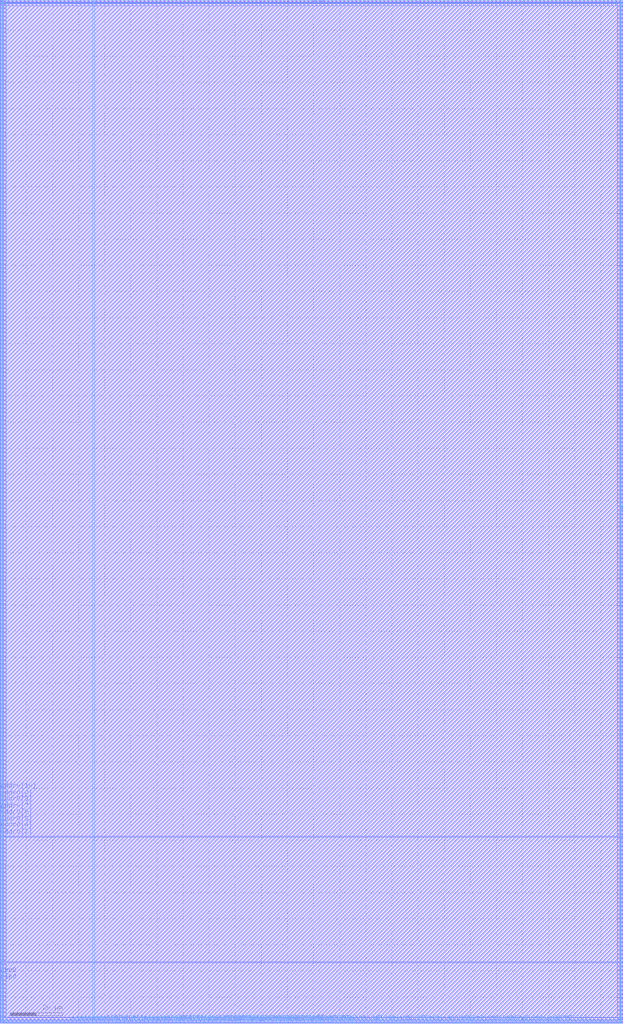
<source format=lef>
VERSION 5.4 ;
NAMESCASESENSITIVE ON ;
BUSBITCHARS "[]" ;
DIVIDERCHAR "/" ;
UNITS
  DATABASE MICRONS 2000 ;
END UNITS
MACRO sram_1rw0r0w_32_2048_freepdk45
   CLASS BLOCK ;
   SIZE 238.5625 BY 391.5075 ;
   SYMMETRY X Y R90 ;
   PIN din0[0]
      DIRECTION INPUT ;
      PORT
         LAYER metal4 ;
         RECT  35.705 0.0 35.845 0.14 ;
      END
   END din0[0]
   PIN din0[1]
      DIRECTION INPUT ;
      PORT
         LAYER metal4 ;
         RECT  38.565 0.0 38.705 0.14 ;
      END
   END din0[1]
   PIN din0[2]
      DIRECTION INPUT ;
      PORT
         LAYER metal4 ;
         RECT  41.425 0.0 41.565 0.14 ;
      END
   END din0[2]
   PIN din0[3]
      DIRECTION INPUT ;
      PORT
         LAYER metal4 ;
         RECT  44.285 0.0 44.425 0.14 ;
      END
   END din0[3]
   PIN din0[4]
      DIRECTION INPUT ;
      PORT
         LAYER metal4 ;
         RECT  47.145 0.0 47.285 0.14 ;
      END
   END din0[4]
   PIN din0[5]
      DIRECTION INPUT ;
      PORT
         LAYER metal4 ;
         RECT  50.005 0.0 50.145 0.14 ;
      END
   END din0[5]
   PIN din0[6]
      DIRECTION INPUT ;
      PORT
         LAYER metal4 ;
         RECT  52.865 0.0 53.005 0.14 ;
      END
   END din0[6]
   PIN din0[7]
      DIRECTION INPUT ;
      PORT
         LAYER metal4 ;
         RECT  55.725 0.0 55.865 0.14 ;
      END
   END din0[7]
   PIN din0[8]
      DIRECTION INPUT ;
      PORT
         LAYER metal4 ;
         RECT  58.585 0.0 58.725 0.14 ;
      END
   END din0[8]
   PIN din0[9]
      DIRECTION INPUT ;
      PORT
         LAYER metal4 ;
         RECT  61.445 0.0 61.585 0.14 ;
      END
   END din0[9]
   PIN din0[10]
      DIRECTION INPUT ;
      PORT
         LAYER metal4 ;
         RECT  64.305 0.0 64.445 0.14 ;
      END
   END din0[10]
   PIN din0[11]
      DIRECTION INPUT ;
      PORT
         LAYER metal4 ;
         RECT  67.165 0.0 67.305 0.14 ;
      END
   END din0[11]
   PIN din0[12]
      DIRECTION INPUT ;
      PORT
         LAYER metal4 ;
         RECT  70.025 0.0 70.165 0.14 ;
      END
   END din0[12]
   PIN din0[13]
      DIRECTION INPUT ;
      PORT
         LAYER metal4 ;
         RECT  72.885 0.0 73.025 0.14 ;
      END
   END din0[13]
   PIN din0[14]
      DIRECTION INPUT ;
      PORT
         LAYER metal4 ;
         RECT  75.745 0.0 75.885 0.14 ;
      END
   END din0[14]
   PIN din0[15]
      DIRECTION INPUT ;
      PORT
         LAYER metal4 ;
         RECT  78.605 0.0 78.745 0.14 ;
      END
   END din0[15]
   PIN din0[16]
      DIRECTION INPUT ;
      PORT
         LAYER metal4 ;
         RECT  81.465 0.0 81.605 0.14 ;
      END
   END din0[16]
   PIN din0[17]
      DIRECTION INPUT ;
      PORT
         LAYER metal4 ;
         RECT  84.325 0.0 84.465 0.14 ;
      END
   END din0[17]
   PIN din0[18]
      DIRECTION INPUT ;
      PORT
         LAYER metal4 ;
         RECT  87.185 0.0 87.325 0.14 ;
      END
   END din0[18]
   PIN din0[19]
      DIRECTION INPUT ;
      PORT
         LAYER metal4 ;
         RECT  90.045 0.0 90.185 0.14 ;
      END
   END din0[19]
   PIN din0[20]
      DIRECTION INPUT ;
      PORT
         LAYER metal4 ;
         RECT  92.905 0.0 93.045 0.14 ;
      END
   END din0[20]
   PIN din0[21]
      DIRECTION INPUT ;
      PORT
         LAYER metal4 ;
         RECT  95.765 0.0 95.905 0.14 ;
      END
   END din0[21]
   PIN din0[22]
      DIRECTION INPUT ;
      PORT
         LAYER metal4 ;
         RECT  98.625 0.0 98.765 0.14 ;
      END
   END din0[22]
   PIN din0[23]
      DIRECTION INPUT ;
      PORT
         LAYER metal4 ;
         RECT  101.485 0.0 101.625 0.14 ;
      END
   END din0[23]
   PIN din0[24]
      DIRECTION INPUT ;
      PORT
         LAYER metal4 ;
         RECT  104.345 0.0 104.485 0.14 ;
      END
   END din0[24]
   PIN din0[25]
      DIRECTION INPUT ;
      PORT
         LAYER metal4 ;
         RECT  107.205 0.0 107.345 0.14 ;
      END
   END din0[25]
   PIN din0[26]
      DIRECTION INPUT ;
      PORT
         LAYER metal4 ;
         RECT  110.065 0.0 110.205 0.14 ;
      END
   END din0[26]
   PIN din0[27]
      DIRECTION INPUT ;
      PORT
         LAYER metal4 ;
         RECT  112.925 0.0 113.065 0.14 ;
      END
   END din0[27]
   PIN din0[28]
      DIRECTION INPUT ;
      PORT
         LAYER metal4 ;
         RECT  115.785 0.0 115.925 0.14 ;
      END
   END din0[28]
   PIN din0[29]
      DIRECTION INPUT ;
      PORT
         LAYER metal4 ;
         RECT  118.645 0.0 118.785 0.14 ;
      END
   END din0[29]
   PIN din0[30]
      DIRECTION INPUT ;
      PORT
         LAYER metal4 ;
         RECT  121.505 0.0 121.645 0.14 ;
      END
   END din0[30]
   PIN din0[31]
      DIRECTION INPUT ;
      PORT
         LAYER metal4 ;
         RECT  124.365 0.0 124.505 0.14 ;
      END
   END din0[31]
   PIN addr0[0]
      DIRECTION INPUT ;
      PORT
         LAYER metal4 ;
         RECT  27.125 0.0 27.265 0.14 ;
      END
   END addr0[0]
   PIN addr0[1]
      DIRECTION INPUT ;
      PORT
         LAYER metal4 ;
         RECT  29.985 0.0 30.125 0.14 ;
      END
   END addr0[1]
   PIN addr0[2]
      DIRECTION INPUT ;
      PORT
         LAYER metal4 ;
         RECT  32.845 0.0 32.985 0.14 ;
      END
   END addr0[2]
   PIN addr0[3]
      DIRECTION INPUT ;
      PORT
         LAYER metal3 ;
         RECT  0.0 71.29 0.14 71.43 ;
      END
   END addr0[3]
   PIN addr0[4]
      DIRECTION INPUT ;
      PORT
         LAYER metal3 ;
         RECT  0.0 74.02 0.14 74.16 ;
      END
   END addr0[4]
   PIN addr0[5]
      DIRECTION INPUT ;
      PORT
         LAYER metal3 ;
         RECT  0.0 76.23 0.14 76.37 ;
      END
   END addr0[5]
   PIN addr0[6]
      DIRECTION INPUT ;
      PORT
         LAYER metal3 ;
         RECT  0.0 78.96 0.14 79.1 ;
      END
   END addr0[6]
   PIN addr0[7]
      DIRECTION INPUT ;
      PORT
         LAYER metal3 ;
         RECT  0.0 81.17 0.14 81.31 ;
      END
   END addr0[7]
   PIN addr0[8]
      DIRECTION INPUT ;
      PORT
         LAYER metal3 ;
         RECT  0.0 83.9 0.14 84.04 ;
      END
   END addr0[8]
   PIN addr0[9]
      DIRECTION INPUT ;
      PORT
         LAYER metal3 ;
         RECT  0.0 86.11 0.14 86.25 ;
      END
   END addr0[9]
   PIN addr0[10]
      DIRECTION INPUT ;
      PORT
         LAYER metal3 ;
         RECT  0.0 88.84 0.14 88.98 ;
      END
   END addr0[10]
   PIN csb0
      DIRECTION INPUT ;
      PORT
         LAYER metal3 ;
         RECT  0.0 15.65 0.14 15.79 ;
      END
   END csb0
   PIN web0
      DIRECTION INPUT ;
      PORT
         LAYER metal3 ;
         RECT  0.0 18.38 0.14 18.52 ;
      END
   END web0
   PIN clk0
      DIRECTION INPUT ;
      PORT
         LAYER metal3 ;
         RECT  0.0 15.885 0.14 16.025 ;
      END
   END clk0
   PIN dout0[0]
      DIRECTION OUTPUT ;
      PORT
         LAYER metal4 ;
         RECT  53.15 0.0 53.29 0.14 ;
      END
   END dout0[0]
   PIN dout0[1]
      DIRECTION OUTPUT ;
      PORT
         LAYER metal4 ;
         RECT  58.87 0.0 59.01 0.14 ;
      END
   END dout0[1]
   PIN dout0[2]
      DIRECTION OUTPUT ;
      PORT
         LAYER metal4 ;
         RECT  64.59 0.0 64.73 0.14 ;
      END
   END dout0[2]
   PIN dout0[3]
      DIRECTION OUTPUT ;
      PORT
         LAYER metal4 ;
         RECT  70.31 0.0 70.45 0.14 ;
      END
   END dout0[3]
   PIN dout0[4]
      DIRECTION OUTPUT ;
      PORT
         LAYER metal4 ;
         RECT  76.03 0.0 76.17 0.14 ;
      END
   END dout0[4]
   PIN dout0[5]
      DIRECTION OUTPUT ;
      PORT
         LAYER metal4 ;
         RECT  81.8975 0.0 82.0375 0.14 ;
      END
   END dout0[5]
   PIN dout0[6]
      DIRECTION OUTPUT ;
      PORT
         LAYER metal4 ;
         RECT  86.4275 0.0 86.5675 0.14 ;
      END
   END dout0[6]
   PIN dout0[7]
      DIRECTION OUTPUT ;
      PORT
         LAYER metal4 ;
         RECT  92.1475 0.0 92.2875 0.14 ;
      END
   END dout0[7]
   PIN dout0[8]
      DIRECTION OUTPUT ;
      PORT
         LAYER metal4 ;
         RECT  97.8675 0.0 98.0075 0.14 ;
      END
   END dout0[8]
   PIN dout0[9]
      DIRECTION OUTPUT ;
      PORT
         LAYER metal4 ;
         RECT  103.5875 0.0 103.7275 0.14 ;
      END
   END dout0[9]
   PIN dout0[10]
      DIRECTION OUTPUT ;
      PORT
         LAYER metal4 ;
         RECT  109.29 0.0 109.43 0.14 ;
      END
   END dout0[10]
   PIN dout0[11]
      DIRECTION OUTPUT ;
      PORT
         LAYER metal4 ;
         RECT  115.0275 0.0 115.1675 0.14 ;
      END
   END dout0[11]
   PIN dout0[12]
      DIRECTION OUTPUT ;
      PORT
         LAYER metal4 ;
         RECT  120.7475 0.0 120.8875 0.14 ;
      END
   END dout0[12]
   PIN dout0[13]
      DIRECTION OUTPUT ;
      PORT
         LAYER metal4 ;
         RECT  126.445 0.0 126.585 0.14 ;
      END
   END dout0[13]
   PIN dout0[14]
      DIRECTION OUTPUT ;
      PORT
         LAYER metal4 ;
         RECT  132.085 0.0 132.225 0.14 ;
      END
   END dout0[14]
   PIN dout0[15]
      DIRECTION OUTPUT ;
      PORT
         LAYER metal4 ;
         RECT  137.725 0.0 137.865 0.14 ;
      END
   END dout0[15]
   PIN dout0[16]
      DIRECTION OUTPUT ;
      PORT
         LAYER metal4 ;
         RECT  143.365 0.0 143.505 0.14 ;
      END
   END dout0[16]
   PIN dout0[17]
      DIRECTION OUTPUT ;
      PORT
         LAYER metal4 ;
         RECT  149.005 0.0 149.145 0.14 ;
      END
   END dout0[17]
   PIN dout0[18]
      DIRECTION OUTPUT ;
      PORT
         LAYER metal4 ;
         RECT  154.645 0.0 154.785 0.14 ;
      END
   END dout0[18]
   PIN dout0[19]
      DIRECTION OUTPUT ;
      PORT
         LAYER metal4 ;
         RECT  160.285 0.0 160.425 0.14 ;
      END
   END dout0[19]
   PIN dout0[20]
      DIRECTION OUTPUT ;
      PORT
         LAYER metal4 ;
         RECT  165.925 0.0 166.065 0.14 ;
      END
   END dout0[20]
   PIN dout0[21]
      DIRECTION OUTPUT ;
      PORT
         LAYER metal4 ;
         RECT  171.565 0.0 171.705 0.14 ;
      END
   END dout0[21]
   PIN dout0[22]
      DIRECTION OUTPUT ;
      PORT
         LAYER metal4 ;
         RECT  177.205 0.0 177.345 0.14 ;
      END
   END dout0[22]
   PIN dout0[23]
      DIRECTION OUTPUT ;
      PORT
         LAYER metal4 ;
         RECT  182.845 0.0 182.985 0.14 ;
      END
   END dout0[23]
   PIN dout0[24]
      DIRECTION OUTPUT ;
      PORT
         LAYER metal4 ;
         RECT  188.485 0.0 188.625 0.14 ;
      END
   END dout0[24]
   PIN dout0[25]
      DIRECTION OUTPUT ;
      PORT
         LAYER metal4 ;
         RECT  194.125 0.0 194.265 0.14 ;
      END
   END dout0[25]
   PIN dout0[26]
      DIRECTION OUTPUT ;
      PORT
         LAYER metal4 ;
         RECT  199.765 0.0 199.905 0.14 ;
      END
   END dout0[26]
   PIN dout0[27]
      DIRECTION OUTPUT ;
      PORT
         LAYER metal4 ;
         RECT  205.405 0.0 205.545 0.14 ;
      END
   END dout0[27]
   PIN dout0[28]
      DIRECTION OUTPUT ;
      PORT
         LAYER metal4 ;
         RECT  211.045 0.0 211.185 0.14 ;
      END
   END dout0[28]
   PIN dout0[29]
      DIRECTION OUTPUT ;
      PORT
         LAYER metal3 ;
         RECT  238.4225 23.2925 238.5625 23.4325 ;
      END
   END dout0[29]
   PIN dout0[30]
      DIRECTION OUTPUT ;
      PORT
         LAYER metal3 ;
         RECT  238.4225 22.8225 238.5625 22.9625 ;
      END
   END dout0[30]
   PIN dout0[31]
      DIRECTION OUTPUT ;
      PORT
         LAYER metal3 ;
         RECT  238.4225 23.0575 238.5625 23.1975 ;
      END
   END dout0[31]
   PIN vdd
      DIRECTION INOUT ;
      USE POWER ; 
      SHAPE ABUTMENT ; 
      PORT
         LAYER metal3 ;
         RECT  0.0 390.8075 238.5625 391.5075 ;
         LAYER metal4 ;
         RECT  0.0 0.0 0.7 391.5075 ;
         LAYER metal4 ;
         RECT  237.8625 0.0 238.5625 391.5075 ;
         LAYER metal3 ;
         RECT  0.0 0.0 238.5625 0.7 ;
      END
   END vdd
   PIN gnd
      DIRECTION INOUT ;
      USE GROUND ; 
      SHAPE ABUTMENT ; 
      PORT
         LAYER metal4 ;
         RECT  1.4 1.4 2.1 390.1075 ;
         LAYER metal3 ;
         RECT  1.4 1.4 237.1625 2.1 ;
         LAYER metal3 ;
         RECT  1.4 389.4075 237.1625 390.1075 ;
         LAYER metal4 ;
         RECT  236.4625 1.4 237.1625 390.1075 ;
      END
   END gnd
   OBS
   LAYER  metal1 ;
      RECT  0.14 0.14 238.4225 391.3675 ;
   LAYER  metal2 ;
      RECT  0.14 0.14 238.4225 391.3675 ;
   LAYER  metal3 ;
      RECT  0.28 71.15 238.4225 71.57 ;
      RECT  0.14 71.57 0.28 73.88 ;
      RECT  0.14 74.3 0.28 76.09 ;
      RECT  0.14 76.51 0.28 78.82 ;
      RECT  0.14 79.24 0.28 81.03 ;
      RECT  0.14 81.45 0.28 83.76 ;
      RECT  0.14 84.18 0.28 85.97 ;
      RECT  0.14 86.39 0.28 88.7 ;
      RECT  0.14 18.66 0.28 71.15 ;
      RECT  0.14 16.165 0.28 18.24 ;
      RECT  0.28 23.1525 238.2825 23.5725 ;
      RECT  0.28 23.5725 238.2825 71.15 ;
      RECT  238.2825 23.5725 238.4225 71.15 ;
      RECT  0.14 89.12 0.28 390.6675 ;
      RECT  0.14 0.84 0.28 15.51 ;
      RECT  238.2825 0.84 238.4225 22.6825 ;
      RECT  0.28 0.84 1.26 1.26 ;
      RECT  0.28 1.26 1.26 2.24 ;
      RECT  0.28 2.24 1.26 23.1525 ;
      RECT  1.26 0.84 237.3025 1.26 ;
      RECT  1.26 2.24 237.3025 23.1525 ;
      RECT  237.3025 0.84 238.2825 1.26 ;
      RECT  237.3025 1.26 238.2825 2.24 ;
      RECT  237.3025 2.24 238.2825 23.1525 ;
      RECT  0.28 71.57 1.26 389.2675 ;
      RECT  0.28 389.2675 1.26 390.2475 ;
      RECT  0.28 390.2475 1.26 390.6675 ;
      RECT  1.26 71.57 237.3025 389.2675 ;
      RECT  1.26 390.2475 237.3025 390.6675 ;
      RECT  237.3025 71.57 238.4225 389.2675 ;
      RECT  237.3025 389.2675 238.4225 390.2475 ;
      RECT  237.3025 390.2475 238.4225 390.6675 ;
   LAYER  metal4 ;
      RECT  35.425 0.42 36.125 391.3675 ;
      RECT  36.125 0.14 38.285 0.42 ;
      RECT  38.985 0.14 41.145 0.42 ;
      RECT  41.845 0.14 44.005 0.42 ;
      RECT  44.705 0.14 46.865 0.42 ;
      RECT  47.565 0.14 49.725 0.42 ;
      RECT  50.425 0.14 52.585 0.42 ;
      RECT  56.145 0.14 58.305 0.42 ;
      RECT  61.865 0.14 64.025 0.42 ;
      RECT  67.585 0.14 69.745 0.42 ;
      RECT  73.305 0.14 75.465 0.42 ;
      RECT  79.025 0.14 81.185 0.42 ;
      RECT  87.605 0.14 89.765 0.42 ;
      RECT  93.325 0.14 95.485 0.42 ;
      RECT  99.045 0.14 101.205 0.42 ;
      RECT  104.765 0.14 106.925 0.42 ;
      RECT  110.485 0.14 112.645 0.42 ;
      RECT  116.205 0.14 118.365 0.42 ;
      RECT  121.925 0.14 124.085 0.42 ;
      RECT  27.545 0.14 29.705 0.42 ;
      RECT  30.405 0.14 32.565 0.42 ;
      RECT  33.265 0.14 35.425 0.42 ;
      RECT  53.57 0.14 55.445 0.42 ;
      RECT  59.29 0.14 61.165 0.42 ;
      RECT  65.01 0.14 66.885 0.42 ;
      RECT  70.73 0.14 72.605 0.42 ;
      RECT  76.45 0.14 78.325 0.42 ;
      RECT  82.3175 0.14 84.045 0.42 ;
      RECT  84.745 0.14 86.1475 0.42 ;
      RECT  86.8475 0.14 86.905 0.42 ;
      RECT  90.465 0.14 91.8675 0.42 ;
      RECT  92.5675 0.14 92.625 0.42 ;
      RECT  96.185 0.14 97.5875 0.42 ;
      RECT  98.2875 0.14 98.345 0.42 ;
      RECT  101.905 0.14 103.3075 0.42 ;
      RECT  104.0075 0.14 104.065 0.42 ;
      RECT  107.625 0.14 109.01 0.42 ;
      RECT  109.71 0.14 109.785 0.42 ;
      RECT  113.345 0.14 114.7475 0.42 ;
      RECT  115.4475 0.14 115.505 0.42 ;
      RECT  119.065 0.14 120.4675 0.42 ;
      RECT  121.1675 0.14 121.225 0.42 ;
      RECT  124.785 0.14 126.165 0.42 ;
      RECT  126.865 0.14 131.805 0.42 ;
      RECT  132.505 0.14 137.445 0.42 ;
      RECT  138.145 0.14 143.085 0.42 ;
      RECT  143.785 0.14 148.725 0.42 ;
      RECT  149.425 0.14 154.365 0.42 ;
      RECT  155.065 0.14 160.005 0.42 ;
      RECT  160.705 0.14 165.645 0.42 ;
      RECT  166.345 0.14 171.285 0.42 ;
      RECT  171.985 0.14 176.925 0.42 ;
      RECT  177.625 0.14 182.565 0.42 ;
      RECT  183.265 0.14 188.205 0.42 ;
      RECT  188.905 0.14 193.845 0.42 ;
      RECT  194.545 0.14 199.485 0.42 ;
      RECT  200.185 0.14 205.125 0.42 ;
      RECT  205.825 0.14 210.765 0.42 ;
      RECT  0.98 0.14 26.845 0.42 ;
      RECT  211.465 0.14 237.5825 0.42 ;
      RECT  0.98 0.42 1.12 1.12 ;
      RECT  0.98 1.12 1.12 390.3875 ;
      RECT  0.98 390.3875 1.12 391.3675 ;
      RECT  1.12 0.42 2.38 1.12 ;
      RECT  1.12 390.3875 2.38 391.3675 ;
      RECT  2.38 0.42 35.425 1.12 ;
      RECT  2.38 1.12 35.425 390.3875 ;
      RECT  2.38 390.3875 35.425 391.3675 ;
      RECT  36.125 0.42 236.1825 1.12 ;
      RECT  36.125 1.12 236.1825 390.3875 ;
      RECT  36.125 390.3875 236.1825 391.3675 ;
      RECT  236.1825 0.42 237.4425 1.12 ;
      RECT  236.1825 390.3875 237.4425 391.3675 ;
      RECT  237.4425 0.42 237.5825 1.12 ;
      RECT  237.4425 1.12 237.5825 390.3875 ;
      RECT  237.4425 390.3875 237.5825 391.3675 ;
   END
END    sram_1rw0r0w_32_2048_freepdk45
END    LIBRARY

</source>
